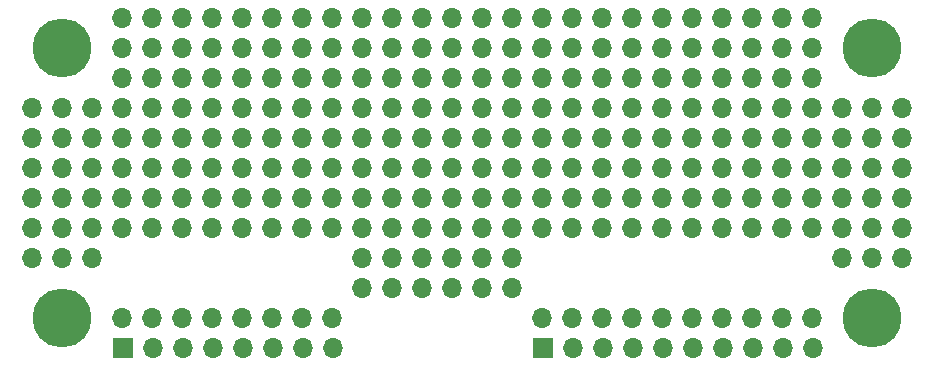
<source format=gbr>
%TF.GenerationSoftware,KiCad,Pcbnew,8.0.4*%
%TF.CreationDate,2024-10-06T22:56:45+03:00*%
%TF.ProjectId,Flipper Zero Protoboard mini,466c6970-7065-4722-905a-65726f205072,rev?*%
%TF.SameCoordinates,Original*%
%TF.FileFunction,Copper,L2,Bot*%
%TF.FilePolarity,Positive*%
%FSLAX46Y46*%
G04 Gerber Fmt 4.6, Leading zero omitted, Abs format (unit mm)*
G04 Created by KiCad (PCBNEW 8.0.4) date 2024-10-06 22:56:45*
%MOMM*%
%LPD*%
G01*
G04 APERTURE LIST*
%TA.AperFunction,ComponentPad*%
%ADD10O,5.000000X5.000000*%
%TD*%
%TA.AperFunction,ComponentPad*%
%ADD11R,1.700000X1.700000*%
%TD*%
%TA.AperFunction,ComponentPad*%
%ADD12O,1.700000X1.700000*%
%TD*%
G04 APERTURE END LIST*
D10*
%TO.P,,1*%
%TO.N,N/C*%
X119715000Y-79290000D03*
%TD*%
%TO.P,,1*%
%TO.N,N/C*%
X119715000Y-56450000D03*
%TD*%
%TO.P,,1*%
%TO.N,N/C*%
X51135000Y-56450000D03*
%TD*%
%TO.P,,1*%
%TO.N,N/C*%
X51135000Y-79290000D03*
%TD*%
D11*
%TO.P,REF\u002A\u002A,1*%
%TO.N,N/C*%
X91800000Y-81830000D03*
D12*
%TO.P,REF\u002A\u002A,2*%
X94340000Y-81830000D03*
%TO.P,REF\u002A\u002A,3*%
X96880000Y-81830000D03*
%TO.P,REF\u002A\u002A,4*%
X99420000Y-81830000D03*
%TO.P,REF\u002A\u002A,5*%
X101960000Y-81830000D03*
%TO.P,REF\u002A\u002A,6*%
X104500000Y-81830000D03*
%TO.P,REF\u002A\u002A,7*%
X107040000Y-81830000D03*
%TO.P,REF\u002A\u002A,8*%
X109580000Y-81830000D03*
%TO.P,REF\u002A\u002A,9*%
X112120000Y-81830000D03*
%TO.P,REF\u002A\u002A,10*%
X114660000Y-81830000D03*
%TD*%
D11*
%TO.P,REF\u002A\u002A,1*%
%TO.N,N/C*%
X56240000Y-81830000D03*
D12*
%TO.P,REF\u002A\u002A,2*%
X58780000Y-81830000D03*
%TO.P,REF\u002A\u002A,3*%
X61320000Y-81830000D03*
%TO.P,REF\u002A\u002A,4*%
X63860000Y-81830000D03*
%TO.P,REF\u002A\u002A,5*%
X66400000Y-81830000D03*
%TO.P,REF\u002A\u002A,6*%
X68940000Y-81830000D03*
%TO.P,REF\u002A\u002A,7*%
X71480000Y-81830000D03*
%TO.P,REF\u002A\u002A,8*%
X74020000Y-81830000D03*
%TD*%
%TO.P,REF\u002A\u002A4,1*%
%TO.N,N/C*%
X66375000Y-53910000D03*
%TD*%
%TO.P,REF\u002A\u002A6,1*%
%TO.N,N/C*%
X71455000Y-53910000D03*
%TD*%
%TO.P,REF\u002A\u002A18,1*%
%TO.N,N/C*%
X101935000Y-53910000D03*
%TD*%
%TO.P,REF\u002A\u002A5,1*%
%TO.N,N/C*%
X68915000Y-53910000D03*
%TD*%
%TO.P,REF\u002A\u002A,1*%
%TO.N,N/C*%
X56215000Y-53910000D03*
%TD*%
%TO.P,REF\u002A\u002A17,1*%
%TO.N,N/C*%
X99395000Y-53910000D03*
%TD*%
%TO.P,REF\u002A\u002A2,1*%
%TO.N,N/C*%
X61295000Y-53910000D03*
%TD*%
%TO.P,REF\u002A\u002A22,1*%
%TO.N,N/C*%
X112095000Y-53910000D03*
%TD*%
%TO.P,REF\u002A\u002A1,1*%
%TO.N,N/C*%
X58755000Y-53910000D03*
%TD*%
%TO.P,REF\u002A\u002A7,1*%
%TO.N,N/C*%
X73995000Y-53910000D03*
%TD*%
%TO.P,REF\u002A\u002A20,1*%
%TO.N,N/C*%
X107015000Y-53910000D03*
%TD*%
%TO.P,REF\u002A\u002A10,1*%
%TO.N,N/C*%
X81615000Y-53910000D03*
%TD*%
%TO.P,REF\u002A\u002A9,1*%
%TO.N,N/C*%
X79075000Y-53910000D03*
%TD*%
%TO.P,REF\u002A\u002A13,1*%
%TO.N,N/C*%
X89235000Y-53910000D03*
%TD*%
%TO.P,REF\u002A\u002A11,1*%
%TO.N,N/C*%
X84155000Y-53910000D03*
%TD*%
%TO.P,REF\u002A\u002A3,1*%
%TO.N,N/C*%
X63835000Y-53910000D03*
%TD*%
%TO.P,REF\u002A\u002A8,1*%
%TO.N,N/C*%
X76535000Y-53910000D03*
%TD*%
%TO.P,REF\u002A\u002A23,1*%
%TO.N,N/C*%
X114635000Y-53910000D03*
%TD*%
%TO.P,REF\u002A\u002A19,1*%
%TO.N,N/C*%
X104475000Y-53910000D03*
%TD*%
%TO.P,REF\u002A\u002A14,1*%
%TO.N,N/C*%
X91775000Y-53910000D03*
%TD*%
%TO.P,REF\u002A\u002A15,1*%
%TO.N,N/C*%
X94315000Y-53910000D03*
%TD*%
%TO.P,REF\u002A\u002A21,1*%
%TO.N,N/C*%
X109555000Y-53910000D03*
%TD*%
%TO.P,REF\u002A\u002A16,1*%
%TO.N,N/C*%
X96855000Y-53910000D03*
%TD*%
%TO.P,REF\u002A\u002A12,1*%
%TO.N,N/C*%
X86695000Y-53910000D03*
%TD*%
%TO.P,REF\u002A\u002A4,1*%
%TO.N,N/C*%
X66375000Y-56450000D03*
%TD*%
%TO.P,REF\u002A\u002A6,1*%
%TO.N,N/C*%
X71455000Y-56450000D03*
%TD*%
%TO.P,REF\u002A\u002A18,1*%
%TO.N,N/C*%
X101935000Y-56450000D03*
%TD*%
%TO.P,REF\u002A\u002A5,1*%
%TO.N,N/C*%
X68915000Y-56450000D03*
%TD*%
%TO.P,REF\u002A\u002A,1*%
%TO.N,N/C*%
X56215000Y-56450000D03*
%TD*%
%TO.P,REF\u002A\u002A17,1*%
%TO.N,N/C*%
X99395000Y-56450000D03*
%TD*%
%TO.P,REF\u002A\u002A2,1*%
%TO.N,N/C*%
X61295000Y-56450000D03*
%TD*%
%TO.P,REF\u002A\u002A22,1*%
%TO.N,N/C*%
X112095000Y-56450000D03*
%TD*%
%TO.P,REF\u002A\u002A1,1*%
%TO.N,N/C*%
X58755000Y-56450000D03*
%TD*%
%TO.P,REF\u002A\u002A7,1*%
%TO.N,N/C*%
X73995000Y-56450000D03*
%TD*%
%TO.P,REF\u002A\u002A20,1*%
%TO.N,N/C*%
X107015000Y-56450000D03*
%TD*%
%TO.P,REF\u002A\u002A10,1*%
%TO.N,N/C*%
X81615000Y-56450000D03*
%TD*%
%TO.P,REF\u002A\u002A9,1*%
%TO.N,N/C*%
X79075000Y-56450000D03*
%TD*%
%TO.P,REF\u002A\u002A13,1*%
%TO.N,N/C*%
X89235000Y-56450000D03*
%TD*%
%TO.P,REF\u002A\u002A11,1*%
%TO.N,N/C*%
X84155000Y-56450000D03*
%TD*%
%TO.P,REF\u002A\u002A3,1*%
%TO.N,N/C*%
X63835000Y-56450000D03*
%TD*%
%TO.P,REF\u002A\u002A8,1*%
%TO.N,N/C*%
X76535000Y-56450000D03*
%TD*%
%TO.P,REF\u002A\u002A23,1*%
%TO.N,N/C*%
X114635000Y-56450000D03*
%TD*%
%TO.P,REF\u002A\u002A19,1*%
%TO.N,N/C*%
X104475000Y-56450000D03*
%TD*%
%TO.P,REF\u002A\u002A14,1*%
%TO.N,N/C*%
X91775000Y-56450000D03*
%TD*%
%TO.P,REF\u002A\u002A15,1*%
%TO.N,N/C*%
X94315000Y-56450000D03*
%TD*%
%TO.P,REF\u002A\u002A21,1*%
%TO.N,N/C*%
X109555000Y-56450000D03*
%TD*%
%TO.P,REF\u002A\u002A16,1*%
%TO.N,N/C*%
X96855000Y-56450000D03*
%TD*%
%TO.P,REF\u002A\u002A12,1*%
%TO.N,N/C*%
X86695000Y-56450000D03*
%TD*%
%TO.P,REF\u002A\u002A4,1*%
%TO.N,N/C*%
X66375000Y-58990000D03*
%TD*%
%TO.P,REF\u002A\u002A6,1*%
%TO.N,N/C*%
X71455000Y-58990000D03*
%TD*%
%TO.P,REF\u002A\u002A18,1*%
%TO.N,N/C*%
X101935000Y-58990000D03*
%TD*%
%TO.P,REF\u002A\u002A5,1*%
%TO.N,N/C*%
X68915000Y-58990000D03*
%TD*%
%TO.P,REF\u002A\u002A,1*%
%TO.N,N/C*%
X56215000Y-58990000D03*
%TD*%
%TO.P,REF\u002A\u002A17,1*%
%TO.N,N/C*%
X99395000Y-58990000D03*
%TD*%
%TO.P,REF\u002A\u002A2,1*%
%TO.N,N/C*%
X61295000Y-58990000D03*
%TD*%
%TO.P,REF\u002A\u002A22,1*%
%TO.N,N/C*%
X112095000Y-58990000D03*
%TD*%
%TO.P,REF\u002A\u002A1,1*%
%TO.N,N/C*%
X58755000Y-58990000D03*
%TD*%
%TO.P,REF\u002A\u002A7,1*%
%TO.N,N/C*%
X73995000Y-58990000D03*
%TD*%
%TO.P,REF\u002A\u002A20,1*%
%TO.N,N/C*%
X107015000Y-58990000D03*
%TD*%
%TO.P,REF\u002A\u002A10,1*%
%TO.N,N/C*%
X81615000Y-58990000D03*
%TD*%
%TO.P,REF\u002A\u002A9,1*%
%TO.N,N/C*%
X79075000Y-58990000D03*
%TD*%
%TO.P,REF\u002A\u002A13,1*%
%TO.N,N/C*%
X89235000Y-58990000D03*
%TD*%
%TO.P,REF\u002A\u002A11,1*%
%TO.N,N/C*%
X84155000Y-58990000D03*
%TD*%
%TO.P,REF\u002A\u002A3,1*%
%TO.N,N/C*%
X63835000Y-58990000D03*
%TD*%
%TO.P,REF\u002A\u002A8,1*%
%TO.N,N/C*%
X76535000Y-58990000D03*
%TD*%
%TO.P,REF\u002A\u002A23,1*%
%TO.N,N/C*%
X114635000Y-58990000D03*
%TD*%
%TO.P,REF\u002A\u002A19,1*%
%TO.N,N/C*%
X104475000Y-58990000D03*
%TD*%
%TO.P,REF\u002A\u002A14,1*%
%TO.N,N/C*%
X91775000Y-58990000D03*
%TD*%
%TO.P,REF\u002A\u002A15,1*%
%TO.N,N/C*%
X94315000Y-58990000D03*
%TD*%
%TO.P,REF\u002A\u002A21,1*%
%TO.N,N/C*%
X109555000Y-58990000D03*
%TD*%
%TO.P,REF\u002A\u002A16,1*%
%TO.N,N/C*%
X96855000Y-58990000D03*
%TD*%
%TO.P,REF\u002A\u002A12,1*%
%TO.N,N/C*%
X86695000Y-58990000D03*
%TD*%
%TO.P,REF\u002A\u002A6,1*%
%TO.N,N/C*%
X71455000Y-61530000D03*
%TD*%
%TO.P,REF\u002A\u002A1,1*%
%TO.N,N/C*%
X58755000Y-61530000D03*
%TD*%
%TO.P,REF\u002A\u002A5,1*%
%TO.N,N/C*%
X68915000Y-61530000D03*
%TD*%
%TO.P,REF\u002A\u002A,1*%
%TO.N,N/C*%
X56215000Y-61530000D03*
%TD*%
%TO.P,REF\u002A\u002A7,1*%
%TO.N,N/C*%
X73995000Y-61530000D03*
%TD*%
%TO.P,REF\u002A\u002A4,1*%
%TO.N,N/C*%
X66375000Y-61530000D03*
%TD*%
%TO.P,REF\u002A\u002A2,1*%
%TO.N,N/C*%
X61295000Y-61530000D03*
%TD*%
%TO.P,REF\u002A\u002A17,1*%
%TO.N,N/C*%
X99395000Y-61530000D03*
%TD*%
%TO.P,REF\u002A\u002A20,1*%
%TO.N,N/C*%
X107015000Y-61530000D03*
%TD*%
%TO.P,REF\u002A\u002A18,1*%
%TO.N,N/C*%
X101935000Y-61530000D03*
%TD*%
%TO.P,REF\u002A\u002A22,1*%
%TO.N,N/C*%
X112095000Y-61530000D03*
%TD*%
%TO.P,REF\u002A\u002A19,1*%
%TO.N,N/C*%
X104475000Y-61530000D03*
%TD*%
%TO.P,REF\u002A\u002A14,1*%
%TO.N,N/C*%
X91775000Y-61530000D03*
%TD*%
%TO.P,REF\u002A\u002A15,1*%
%TO.N,N/C*%
X94315000Y-61530000D03*
%TD*%
%TO.P,REF\u002A\u002A23,1*%
%TO.N,N/C*%
X114635000Y-61530000D03*
%TD*%
%TO.P,REF\u002A\u002A21,1*%
%TO.N,N/C*%
X109555000Y-61530000D03*
%TD*%
%TO.P,REF\u002A\u002A10,1*%
%TO.N,N/C*%
X81615000Y-61530000D03*
%TD*%
%TO.P,REF\u002A\u002A16,1*%
%TO.N,N/C*%
X96855000Y-61530000D03*
%TD*%
%TO.P,REF\u002A\u002A9,1*%
%TO.N,N/C*%
X79075000Y-61530000D03*
%TD*%
%TO.P,REF\u002A\u002A13,1*%
%TO.N,N/C*%
X89235000Y-61530000D03*
%TD*%
%TO.P,REF\u002A\u002A12,1*%
%TO.N,N/C*%
X86695000Y-61530000D03*
%TD*%
%TO.P,REF\u002A\u002A8,1*%
%TO.N,N/C*%
X76535000Y-61530000D03*
%TD*%
%TO.P,REF\u002A\u002A11,1*%
%TO.N,N/C*%
X84155000Y-61530000D03*
%TD*%
%TO.P,REF\u002A\u002A,1*%
%TO.N,N/C*%
X117175000Y-61530000D03*
%TD*%
%TO.P,REF\u002A\u002A2,1*%
%TO.N,N/C*%
X122255000Y-61530000D03*
%TD*%
%TO.P,REF\u002A\u002A2,1*%
%TO.N,N/C*%
X53675000Y-61530000D03*
%TD*%
%TO.P,REF\u002A\u002A,1*%
%TO.N,N/C*%
X48595000Y-61530000D03*
%TD*%
%TO.P,REF\u002A\u002A1,1*%
%TO.N,N/C*%
X51135000Y-61530000D03*
%TD*%
%TO.P,REF\u002A\u002A3,1*%
%TO.N,N/C*%
X63835000Y-61530000D03*
%TD*%
%TO.P,REF\u002A\u002A1,1*%
%TO.N,N/C*%
X119715000Y-61530000D03*
%TD*%
%TO.P,REF\u002A\u002A6,1*%
%TO.N,N/C*%
X71455000Y-64070000D03*
%TD*%
%TO.P,REF\u002A\u002A1,1*%
%TO.N,N/C*%
X58755000Y-64070000D03*
%TD*%
%TO.P,REF\u002A\u002A5,1*%
%TO.N,N/C*%
X68915000Y-64070000D03*
%TD*%
%TO.P,REF\u002A\u002A,1*%
%TO.N,N/C*%
X56215000Y-64070000D03*
%TD*%
%TO.P,REF\u002A\u002A7,1*%
%TO.N,N/C*%
X73995000Y-64070000D03*
%TD*%
%TO.P,REF\u002A\u002A4,1*%
%TO.N,N/C*%
X66375000Y-64070000D03*
%TD*%
%TO.P,REF\u002A\u002A2,1*%
%TO.N,N/C*%
X61295000Y-64070000D03*
%TD*%
%TO.P,REF\u002A\u002A17,1*%
%TO.N,N/C*%
X99395000Y-64070000D03*
%TD*%
%TO.P,REF\u002A\u002A20,1*%
%TO.N,N/C*%
X107015000Y-64070000D03*
%TD*%
%TO.P,REF\u002A\u002A18,1*%
%TO.N,N/C*%
X101935000Y-64070000D03*
%TD*%
%TO.P,REF\u002A\u002A22,1*%
%TO.N,N/C*%
X112095000Y-64070000D03*
%TD*%
%TO.P,REF\u002A\u002A19,1*%
%TO.N,N/C*%
X104475000Y-64070000D03*
%TD*%
%TO.P,REF\u002A\u002A14,1*%
%TO.N,N/C*%
X91775000Y-64070000D03*
%TD*%
%TO.P,REF\u002A\u002A15,1*%
%TO.N,N/C*%
X94315000Y-64070000D03*
%TD*%
%TO.P,REF\u002A\u002A23,1*%
%TO.N,N/C*%
X114635000Y-64070000D03*
%TD*%
%TO.P,REF\u002A\u002A21,1*%
%TO.N,N/C*%
X109555000Y-64070000D03*
%TD*%
%TO.P,REF\u002A\u002A10,1*%
%TO.N,N/C*%
X81615000Y-64070000D03*
%TD*%
%TO.P,REF\u002A\u002A16,1*%
%TO.N,N/C*%
X96855000Y-64070000D03*
%TD*%
%TO.P,REF\u002A\u002A9,1*%
%TO.N,N/C*%
X79075000Y-64070000D03*
%TD*%
%TO.P,REF\u002A\u002A13,1*%
%TO.N,N/C*%
X89235000Y-64070000D03*
%TD*%
%TO.P,REF\u002A\u002A12,1*%
%TO.N,N/C*%
X86695000Y-64070000D03*
%TD*%
%TO.P,REF\u002A\u002A8,1*%
%TO.N,N/C*%
X76535000Y-64070000D03*
%TD*%
%TO.P,REF\u002A\u002A11,1*%
%TO.N,N/C*%
X84155000Y-64070000D03*
%TD*%
%TO.P,REF\u002A\u002A,1*%
%TO.N,N/C*%
X117175000Y-64070000D03*
%TD*%
%TO.P,REF\u002A\u002A2,1*%
%TO.N,N/C*%
X122255000Y-64070000D03*
%TD*%
%TO.P,REF\u002A\u002A2,1*%
%TO.N,N/C*%
X53675000Y-64070000D03*
%TD*%
%TO.P,REF\u002A\u002A,1*%
%TO.N,N/C*%
X48595000Y-64070000D03*
%TD*%
%TO.P,REF\u002A\u002A1,1*%
%TO.N,N/C*%
X51135000Y-64070000D03*
%TD*%
%TO.P,REF\u002A\u002A3,1*%
%TO.N,N/C*%
X63835000Y-64070000D03*
%TD*%
%TO.P,REF\u002A\u002A1,1*%
%TO.N,N/C*%
X119715000Y-64070000D03*
%TD*%
%TO.P,REF\u002A\u002A6,1*%
%TO.N,N/C*%
X71455000Y-66610000D03*
%TD*%
%TO.P,REF\u002A\u002A1,1*%
%TO.N,N/C*%
X58755000Y-66610000D03*
%TD*%
%TO.P,REF\u002A\u002A5,1*%
%TO.N,N/C*%
X68915000Y-66610000D03*
%TD*%
%TO.P,REF\u002A\u002A,1*%
%TO.N,N/C*%
X56215000Y-66610000D03*
%TD*%
%TO.P,REF\u002A\u002A7,1*%
%TO.N,N/C*%
X73995000Y-66610000D03*
%TD*%
%TO.P,REF\u002A\u002A4,1*%
%TO.N,N/C*%
X66375000Y-66610000D03*
%TD*%
%TO.P,REF\u002A\u002A2,1*%
%TO.N,N/C*%
X61295000Y-66610000D03*
%TD*%
%TO.P,REF\u002A\u002A17,1*%
%TO.N,N/C*%
X99395000Y-66610000D03*
%TD*%
%TO.P,REF\u002A\u002A20,1*%
%TO.N,N/C*%
X107015000Y-66610000D03*
%TD*%
%TO.P,REF\u002A\u002A18,1*%
%TO.N,N/C*%
X101935000Y-66610000D03*
%TD*%
%TO.P,REF\u002A\u002A22,1*%
%TO.N,N/C*%
X112095000Y-66610000D03*
%TD*%
%TO.P,REF\u002A\u002A19,1*%
%TO.N,N/C*%
X104475000Y-66610000D03*
%TD*%
%TO.P,REF\u002A\u002A14,1*%
%TO.N,N/C*%
X91775000Y-66610000D03*
%TD*%
%TO.P,REF\u002A\u002A15,1*%
%TO.N,N/C*%
X94315000Y-66610000D03*
%TD*%
%TO.P,REF\u002A\u002A23,1*%
%TO.N,N/C*%
X114635000Y-66610000D03*
%TD*%
%TO.P,REF\u002A\u002A21,1*%
%TO.N,N/C*%
X109555000Y-66610000D03*
%TD*%
%TO.P,REF\u002A\u002A10,1*%
%TO.N,N/C*%
X81615000Y-66610000D03*
%TD*%
%TO.P,REF\u002A\u002A16,1*%
%TO.N,N/C*%
X96855000Y-66610000D03*
%TD*%
%TO.P,REF\u002A\u002A9,1*%
%TO.N,N/C*%
X79075000Y-66610000D03*
%TD*%
%TO.P,REF\u002A\u002A13,1*%
%TO.N,N/C*%
X89235000Y-66610000D03*
%TD*%
%TO.P,REF\u002A\u002A12,1*%
%TO.N,N/C*%
X86695000Y-66610000D03*
%TD*%
%TO.P,REF\u002A\u002A8,1*%
%TO.N,N/C*%
X76535000Y-66610000D03*
%TD*%
%TO.P,REF\u002A\u002A11,1*%
%TO.N,N/C*%
X84155000Y-66610000D03*
%TD*%
%TO.P,REF\u002A\u002A,1*%
%TO.N,N/C*%
X117175000Y-66610000D03*
%TD*%
%TO.P,REF\u002A\u002A2,1*%
%TO.N,N/C*%
X122255000Y-66610000D03*
%TD*%
%TO.P,REF\u002A\u002A2,1*%
%TO.N,N/C*%
X53675000Y-66610000D03*
%TD*%
%TO.P,REF\u002A\u002A,1*%
%TO.N,N/C*%
X48595000Y-66610000D03*
%TD*%
%TO.P,REF\u002A\u002A1,1*%
%TO.N,N/C*%
X51135000Y-66610000D03*
%TD*%
%TO.P,REF\u002A\u002A3,1*%
%TO.N,N/C*%
X63835000Y-66610000D03*
%TD*%
%TO.P,REF\u002A\u002A1,1*%
%TO.N,N/C*%
X119715000Y-66610000D03*
%TD*%
%TO.P,REF\u002A\u002A6,1*%
%TO.N,N/C*%
X71455000Y-69150000D03*
%TD*%
%TO.P,REF\u002A\u002A1,1*%
%TO.N,N/C*%
X58755000Y-69150000D03*
%TD*%
%TO.P,REF\u002A\u002A5,1*%
%TO.N,N/C*%
X68915000Y-69150000D03*
%TD*%
%TO.P,REF\u002A\u002A,1*%
%TO.N,N/C*%
X56215000Y-69150000D03*
%TD*%
%TO.P,REF\u002A\u002A7,1*%
%TO.N,N/C*%
X73995000Y-69150000D03*
%TD*%
%TO.P,REF\u002A\u002A4,1*%
%TO.N,N/C*%
X66375000Y-69150000D03*
%TD*%
%TO.P,REF\u002A\u002A2,1*%
%TO.N,N/C*%
X61295000Y-69150000D03*
%TD*%
%TO.P,REF\u002A\u002A17,1*%
%TO.N,N/C*%
X99395000Y-69150000D03*
%TD*%
%TO.P,REF\u002A\u002A20,1*%
%TO.N,N/C*%
X107015000Y-69150000D03*
%TD*%
%TO.P,REF\u002A\u002A18,1*%
%TO.N,N/C*%
X101935000Y-69150000D03*
%TD*%
%TO.P,REF\u002A\u002A22,1*%
%TO.N,N/C*%
X112095000Y-69150000D03*
%TD*%
%TO.P,REF\u002A\u002A19,1*%
%TO.N,N/C*%
X104475000Y-69150000D03*
%TD*%
%TO.P,REF\u002A\u002A14,1*%
%TO.N,N/C*%
X91775000Y-69150000D03*
%TD*%
%TO.P,REF\u002A\u002A15,1*%
%TO.N,N/C*%
X94315000Y-69150000D03*
%TD*%
%TO.P,REF\u002A\u002A23,1*%
%TO.N,N/C*%
X114635000Y-69150000D03*
%TD*%
%TO.P,REF\u002A\u002A21,1*%
%TO.N,N/C*%
X109555000Y-69150000D03*
%TD*%
%TO.P,REF\u002A\u002A10,1*%
%TO.N,N/C*%
X81615000Y-69150000D03*
%TD*%
%TO.P,REF\u002A\u002A16,1*%
%TO.N,N/C*%
X96855000Y-69150000D03*
%TD*%
%TO.P,REF\u002A\u002A9,1*%
%TO.N,N/C*%
X79075000Y-69150000D03*
%TD*%
%TO.P,REF\u002A\u002A13,1*%
%TO.N,N/C*%
X89235000Y-69150000D03*
%TD*%
%TO.P,REF\u002A\u002A12,1*%
%TO.N,N/C*%
X86695000Y-69150000D03*
%TD*%
%TO.P,REF\u002A\u002A8,1*%
%TO.N,N/C*%
X76535000Y-69150000D03*
%TD*%
%TO.P,REF\u002A\u002A11,1*%
%TO.N,N/C*%
X84155000Y-69150000D03*
%TD*%
%TO.P,REF\u002A\u002A,1*%
%TO.N,N/C*%
X117175000Y-69150000D03*
%TD*%
%TO.P,REF\u002A\u002A2,1*%
%TO.N,N/C*%
X122255000Y-69150000D03*
%TD*%
%TO.P,REF\u002A\u002A2,1*%
%TO.N,N/C*%
X53675000Y-69150000D03*
%TD*%
%TO.P,REF\u002A\u002A,1*%
%TO.N,N/C*%
X48595000Y-69150000D03*
%TD*%
%TO.P,REF\u002A\u002A1,1*%
%TO.N,N/C*%
X51135000Y-69150000D03*
%TD*%
%TO.P,REF\u002A\u002A3,1*%
%TO.N,N/C*%
X63835000Y-69150000D03*
%TD*%
%TO.P,REF\u002A\u002A1,1*%
%TO.N,N/C*%
X119715000Y-69150000D03*
%TD*%
%TO.P,REF\u002A\u002A2,1*%
%TO.N,N/C*%
X122255000Y-74230000D03*
%TD*%
%TO.P,REF\u002A\u002A,1*%
%TO.N,N/C*%
X117175000Y-74230000D03*
%TD*%
%TO.P,REF\u002A\u002A1,1*%
%TO.N,N/C*%
X119715000Y-74230000D03*
%TD*%
%TO.P,REF\u002A\u002A2,1*%
%TO.N,N/C*%
X53675000Y-74230000D03*
%TD*%
%TO.P,REF\u002A\u002A,1*%
%TO.N,N/C*%
X48595000Y-74230000D03*
%TD*%
%TO.P,REF\u002A\u002A1,1*%
%TO.N,N/C*%
X51135000Y-74230000D03*
%TD*%
%TO.P,REF\u002A\u002A2,1*%
%TO.N,N/C*%
X122255000Y-71690000D03*
%TD*%
%TO.P,REF\u002A\u002A,1*%
%TO.N,N/C*%
X117175000Y-71690000D03*
%TD*%
%TO.P,REF\u002A\u002A1,1*%
%TO.N,N/C*%
X119715000Y-71690000D03*
%TD*%
%TO.P,REF\u002A\u002A1,1*%
%TO.N,N/C*%
X51135000Y-71690000D03*
%TD*%
%TO.P,REF\u002A\u002A,1*%
%TO.N,N/C*%
X48595000Y-71690000D03*
%TD*%
%TO.P,REF\u002A\u002A2,1*%
%TO.N,N/C*%
X53675000Y-71690000D03*
%TD*%
%TO.P,REF\u002A\u002A3,1*%
%TO.N,N/C*%
X63835000Y-71690000D03*
%TD*%
%TO.P,REF\u002A\u002A4,1*%
%TO.N,N/C*%
X66375000Y-71690000D03*
%TD*%
%TO.P,REF\u002A\u002A2,1*%
%TO.N,N/C*%
X61295000Y-71690000D03*
%TD*%
%TO.P,REF\u002A\u002A7,1*%
%TO.N,N/C*%
X73995000Y-71690000D03*
%TD*%
%TO.P,REF\u002A\u002A6,1*%
%TO.N,N/C*%
X71455000Y-71690000D03*
%TD*%
%TO.P,REF\u002A\u002A1,1*%
%TO.N,N/C*%
X58755000Y-71690000D03*
%TD*%
%TO.P,REF\u002A\u002A5,1*%
%TO.N,N/C*%
X68915000Y-71690000D03*
%TD*%
%TO.P,REF\u002A\u002A,1*%
%TO.N,N/C*%
X56215000Y-71690000D03*
%TD*%
%TO.P,REF\u002A\u002A22,1*%
%TO.N,N/C*%
X112095000Y-71690000D03*
%TD*%
%TO.P,REF\u002A\u002A21,1*%
%TO.N,N/C*%
X109555000Y-71690000D03*
%TD*%
%TO.P,REF\u002A\u002A20,1*%
%TO.N,N/C*%
X107015000Y-71690000D03*
%TD*%
%TO.P,REF\u002A\u002A19,1*%
%TO.N,N/C*%
X104475000Y-71690000D03*
%TD*%
%TO.P,REF\u002A\u002A18,1*%
%TO.N,N/C*%
X101935000Y-71690000D03*
%TD*%
%TO.P,REF\u002A\u002A17,1*%
%TO.N,N/C*%
X99395000Y-71690000D03*
%TD*%
%TO.P,REF\u002A\u002A16,1*%
%TO.N,N/C*%
X96855000Y-71690000D03*
%TD*%
%TO.P,REF\u002A\u002A14,1*%
%TO.N,N/C*%
X91775000Y-71690000D03*
%TD*%
%TO.P,REF\u002A\u002A15,1*%
%TO.N,N/C*%
X94315000Y-71690000D03*
%TD*%
%TO.P,REF\u002A\u002A23,1*%
%TO.N,N/C*%
X114635000Y-71690000D03*
%TD*%
%TO.P,REF\u002A\u002A10,1*%
%TO.N,N/C*%
X81615000Y-71690000D03*
%TD*%
%TO.P,REF\u002A\u002A11,1*%
%TO.N,N/C*%
X84155000Y-71690000D03*
%TD*%
%TO.P,REF\u002A\u002A13,1*%
%TO.N,N/C*%
X89235000Y-71690000D03*
%TD*%
%TO.P,REF\u002A\u002A9,1*%
%TO.N,N/C*%
X79075000Y-71690000D03*
%TD*%
%TO.P,REF\u002A\u002A8,1*%
%TO.N,N/C*%
X76535000Y-71690000D03*
%TD*%
%TO.P,REF\u002A\u002A12,1*%
%TO.N,N/C*%
X86695000Y-71690000D03*
%TD*%
%TO.P,REF\u002A\u002A9,1*%
%TO.N,N/C*%
X79075000Y-74230000D03*
%TD*%
%TO.P,REF\u002A\u002A8,1*%
%TO.N,N/C*%
X76535000Y-74230000D03*
%TD*%
%TO.P,REF\u002A\u002A13,1*%
%TO.N,N/C*%
X89235000Y-74230000D03*
%TD*%
%TO.P,REF\u002A\u002A12,1*%
%TO.N,N/C*%
X86695000Y-74230000D03*
%TD*%
%TO.P,REF\u002A\u002A10,1*%
%TO.N,N/C*%
X81615000Y-74230000D03*
%TD*%
%TO.P,REF\u002A\u002A11,1*%
%TO.N,N/C*%
X84155000Y-74230000D03*
%TD*%
%TO.P,REF\u002A\u002A23,1*%
%TO.N,N/C*%
X114635000Y-79290000D03*
%TD*%
%TO.P,REF\u002A\u002A22,1*%
%TO.N,N/C*%
X112095000Y-79290000D03*
%TD*%
%TO.P,REF\u002A\u002A21,1*%
%TO.N,N/C*%
X109555000Y-79290000D03*
%TD*%
%TO.P,REF\u002A\u002A20,1*%
%TO.N,N/C*%
X107015000Y-79290000D03*
%TD*%
%TO.P,REF\u002A\u002A19,1*%
%TO.N,N/C*%
X104475000Y-79290000D03*
%TD*%
%TO.P,REF\u002A\u002A18,1*%
%TO.N,N/C*%
X101935000Y-79290000D03*
%TD*%
%TO.P,REF\u002A\u002A17,1*%
%TO.N,N/C*%
X99395000Y-79290000D03*
%TD*%
%TO.P,REF\u002A\u002A16,1*%
%TO.N,N/C*%
X96855000Y-79290000D03*
%TD*%
%TO.P,REF\u002A\u002A15,1*%
%TO.N,N/C*%
X94315000Y-79290000D03*
%TD*%
%TO.P,REF\u002A\u002A14,1*%
%TO.N,N/C*%
X91775000Y-79290000D03*
%TD*%
%TO.P,REF\u002A\u002A13,1*%
%TO.N,N/C*%
X89235000Y-76770000D03*
%TD*%
%TO.P,REF\u002A\u002A12,1*%
%TO.N,N/C*%
X86695000Y-76770000D03*
%TD*%
%TO.P,REF\u002A\u002A11,1*%
%TO.N,N/C*%
X84155000Y-76770000D03*
%TD*%
%TO.P,REF\u002A\u002A10,1*%
%TO.N,N/C*%
X81615000Y-76770000D03*
%TD*%
%TO.P,REF\u002A\u002A9,1*%
%TO.N,N/C*%
X79075000Y-76770000D03*
%TD*%
%TO.P,REF\u002A\u002A8,1*%
%TO.N,N/C*%
X76535000Y-76770000D03*
%TD*%
%TO.P,REF\u002A\u002A7,1*%
%TO.N,N/C*%
X73995000Y-79290000D03*
%TD*%
%TO.P,REF\u002A\u002A6,1*%
%TO.N,N/C*%
X71455000Y-79290000D03*
%TD*%
%TO.P,REF\u002A\u002A5,1*%
%TO.N,N/C*%
X68915000Y-79290000D03*
%TD*%
%TO.P,REF\u002A\u002A4,1*%
%TO.N,N/C*%
X66375000Y-79290000D03*
%TD*%
%TO.P,REF\u002A\u002A3,1*%
%TO.N,N/C*%
X63835000Y-79290000D03*
%TD*%
%TO.P,REF\u002A\u002A2,1*%
%TO.N,N/C*%
X61295000Y-79290000D03*
%TD*%
%TO.P,REF\u002A\u002A1,1*%
%TO.N,N/C*%
X58755000Y-79290000D03*
%TD*%
%TO.P,REF\u002A\u002A,1*%
%TO.N,N/C*%
X56215000Y-79290000D03*
%TD*%
M02*

</source>
